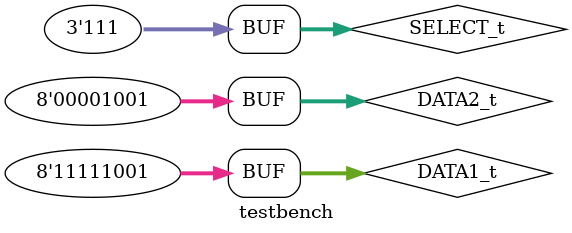
<source format=v>
module testbench;                                  //making the test bench to test the results
    
   reg [7:0] DATA1_t, DATA2_t;
   reg [2:0] SELECT_t;

   wire [7:0] RESULT_t;

   alu myalu( DATA1_t, DATA2_t, RESULT_t, SELECT_t);

   initial
   begin
      //dispalying the inputs and the outputs
      $monitor($time, " DATA1 : %8b, DATA2 : %8b, SELECT : %3b, RESULT : %8b",DATA1_t, DATA2_t, SELECT_t, RESULT_t);
      
      //genrationg the files needed run in gtkwave
      $dumpfile("wavedata.vcd");
      $dumpvars(0, testbench);
       
   end

   initial
   begin
      DATA1_t = 8'b00001000;
      DATA2_t = 8'b00000101;
      SELECT_t = 3'b000;                 //forward operation

      #10
      SELECT_t = 3'b001;                //add operation

      #10
      SELECT_t = 3'b010;               //and opration

      #10
      SELECT_t = 3'b011;               //or operation

      #10
       DATA1_t = 8'b11111001;

      #10
      DATA2_t = 8'b00001001;
      SELECT_t = 3'b001;

      #10
      SELECT_t = 3'b111;               //testing preserved combination for future use



   end

endmodule
</source>
